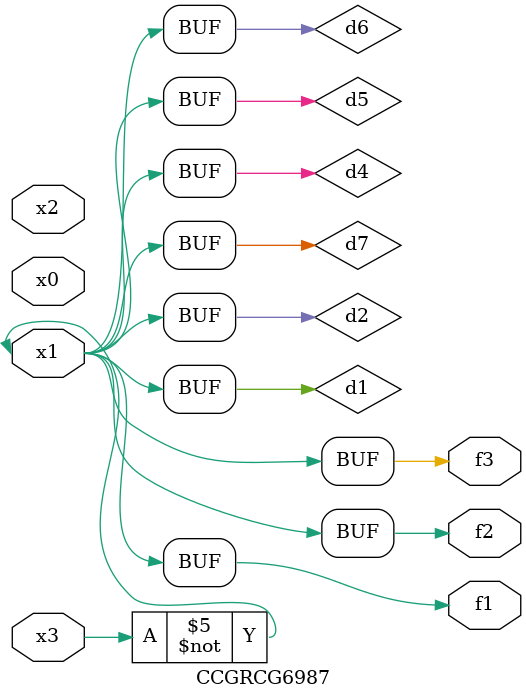
<source format=v>
module CCGRCG6987(
	input x0, x1, x2, x3,
	output f1, f2, f3
);

	wire d1, d2, d3, d4, d5, d6, d7;

	not (d1, x3);
	buf (d2, x1);
	xnor (d3, d1, d2);
	nor (d4, d1);
	buf (d5, d1, d2);
	buf (d6, d4, d5);
	nand (d7, d4);
	assign f1 = d6;
	assign f2 = d7;
	assign f3 = d6;
endmodule

</source>
